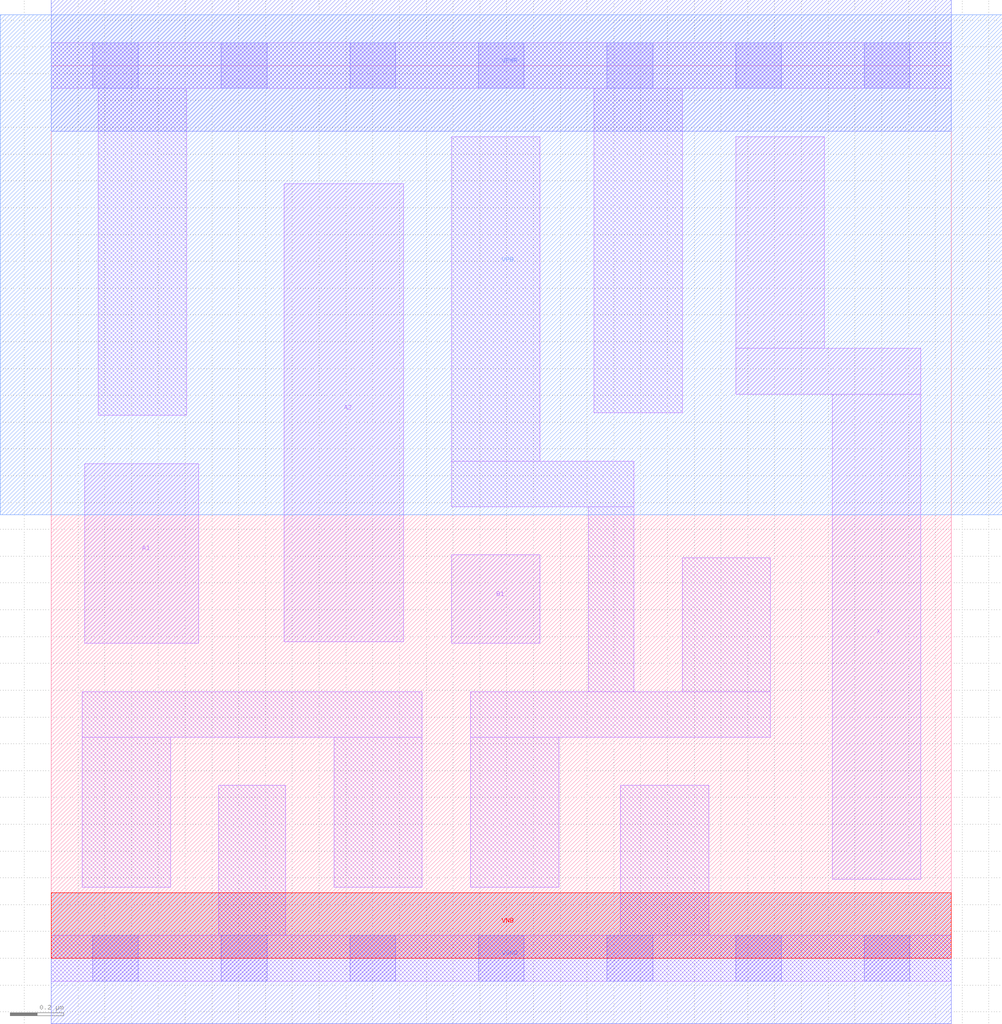
<source format=lef>
# Copyright 2020 The SkyWater PDK Authors
#
# Licensed under the Apache License, Version 2.0 (the "License");
# you may not use this file except in compliance with the License.
# You may obtain a copy of the License at
#
#     https://www.apache.org/licenses/LICENSE-2.0
#
# Unless required by applicable law or agreed to in writing, software
# distributed under the License is distributed on an "AS IS" BASIS,
# WITHOUT WARRANTIES OR CONDITIONS OF ANY KIND, either express or implied.
# See the License for the specific language governing permissions and
# limitations under the License.
#
# SPDX-License-Identifier: Apache-2.0

VERSION 5.7 ;
  NOWIREEXTENSIONATPIN ON ;
  DIVIDERCHAR "/" ;
  BUSBITCHARS "[]" ;
MACRO sky130_fd_sc_lp__o21a_lp
  CLASS CORE ;
  FOREIGN sky130_fd_sc_lp__o21a_lp ;
  ORIGIN  0.000000  0.000000 ;
  SIZE  3.360000 BY  3.330000 ;
  SYMMETRY X Y R90 ;
  SITE unit ;
  PIN A1
    ANTENNAGATEAREA  0.313000 ;
    DIRECTION INPUT ;
    USE SIGNAL ;
    PORT
      LAYER li1 ;
        RECT 0.125000 1.175000 0.550000 1.845000 ;
    END
  END A1
  PIN A2
    ANTENNAGATEAREA  0.313000 ;
    DIRECTION INPUT ;
    USE SIGNAL ;
    PORT
      LAYER li1 ;
        RECT 0.870000 1.180000 1.315000 2.890000 ;
    END
  END A2
  PIN B1
    ANTENNAGATEAREA  0.313000 ;
    DIRECTION INPUT ;
    USE SIGNAL ;
    PORT
      LAYER li1 ;
        RECT 1.495000 1.175000 1.825000 1.505000 ;
    END
  END B1
  PIN X
    ANTENNADIFFAREA  0.404700 ;
    DIRECTION OUTPUT ;
    USE SIGNAL ;
    PORT
      LAYER li1 ;
        RECT 2.555000 2.105000 3.245000 2.275000 ;
        RECT 2.555000 2.275000 2.885000 3.065000 ;
        RECT 2.915000 0.295000 3.245000 2.105000 ;
    END
  END X
  PIN VGND
    DIRECTION INOUT ;
    USE GROUND ;
    PORT
      LAYER met1 ;
        RECT 0.000000 -0.245000 3.360000 0.245000 ;
    END
  END VGND
  PIN VNB
    DIRECTION INOUT ;
    USE GROUND ;
    PORT
      LAYER pwell ;
        RECT 0.000000 0.000000 3.360000 0.245000 ;
    END
  END VNB
  PIN VPB
    DIRECTION INOUT ;
    USE POWER ;
    PORT
      LAYER nwell ;
        RECT -0.190000 1.655000 3.550000 3.520000 ;
    END
  END VPB
  PIN VPWR
    DIRECTION INOUT ;
    USE POWER ;
    PORT
      LAYER met1 ;
        RECT 0.000000 3.085000 3.360000 3.575000 ;
    END
  END VPWR
  OBS
    LAYER li1 ;
      RECT 0.000000 -0.085000 3.360000 0.085000 ;
      RECT 0.000000  3.245000 3.360000 3.415000 ;
      RECT 0.115000  0.265000 0.445000 0.825000 ;
      RECT 0.115000  0.825000 1.385000 0.995000 ;
      RECT 0.175000  2.025000 0.505000 3.245000 ;
      RECT 0.625000  0.085000 0.875000 0.645000 ;
      RECT 1.055000  0.265000 1.385000 0.825000 ;
      RECT 1.495000  1.685000 2.175000 1.855000 ;
      RECT 1.495000  1.855000 1.825000 3.065000 ;
      RECT 1.565000  0.265000 1.895000 0.825000 ;
      RECT 1.565000  0.825000 2.685000 0.995000 ;
      RECT 2.005000  0.995000 2.175000 1.685000 ;
      RECT 2.025000  2.035000 2.355000 3.245000 ;
      RECT 2.125000  0.085000 2.455000 0.645000 ;
      RECT 2.355000  0.995000 2.685000 1.495000 ;
    LAYER mcon ;
      RECT 0.155000 -0.085000 0.325000 0.085000 ;
      RECT 0.155000  3.245000 0.325000 3.415000 ;
      RECT 0.635000 -0.085000 0.805000 0.085000 ;
      RECT 0.635000  3.245000 0.805000 3.415000 ;
      RECT 1.115000 -0.085000 1.285000 0.085000 ;
      RECT 1.115000  3.245000 1.285000 3.415000 ;
      RECT 1.595000 -0.085000 1.765000 0.085000 ;
      RECT 1.595000  3.245000 1.765000 3.415000 ;
      RECT 2.075000 -0.085000 2.245000 0.085000 ;
      RECT 2.075000  3.245000 2.245000 3.415000 ;
      RECT 2.555000 -0.085000 2.725000 0.085000 ;
      RECT 2.555000  3.245000 2.725000 3.415000 ;
      RECT 3.035000 -0.085000 3.205000 0.085000 ;
      RECT 3.035000  3.245000 3.205000 3.415000 ;
  END
END sky130_fd_sc_lp__o21a_lp
END LIBRARY

</source>
